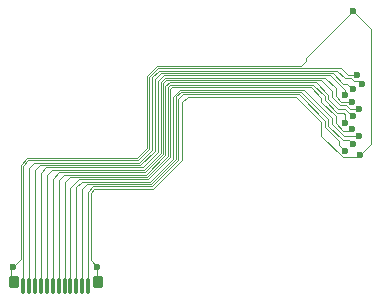
<source format=gbl>
G04 #@! TF.GenerationSoftware,KiCad,Pcbnew,9.0.1*
G04 #@! TF.CreationDate,2025-05-15T23:31:47+02:00*
G04 #@! TF.ProjectId,short flex with bend,73686f72-7420-4666-9c65-782077697468,rev?*
G04 #@! TF.SameCoordinates,Original*
G04 #@! TF.FileFunction,Copper,L2,Bot*
G04 #@! TF.FilePolarity,Positive*
%FSLAX46Y46*%
G04 Gerber Fmt 4.6, Leading zero omitted, Abs format (unit mm)*
G04 Created by KiCad (PCBNEW 9.0.1) date 2025-05-15 23:31:47*
%MOMM*%
%LPD*%
G01*
G04 APERTURE LIST*
G04 Aperture macros list*
%AMRoundRect*
0 Rectangle with rounded corners*
0 $1 Rounding radius*
0 $2 $3 $4 $5 $6 $7 $8 $9 X,Y pos of 4 corners*
0 Add a 4 corners polygon primitive as box body*
4,1,4,$2,$3,$4,$5,$6,$7,$8,$9,$2,$3,0*
0 Add four circle primitives for the rounded corners*
1,1,$1+$1,$2,$3*
1,1,$1+$1,$4,$5*
1,1,$1+$1,$6,$7*
1,1,$1+$1,$8,$9*
0 Add four rect primitives between the rounded corners*
20,1,$1+$1,$2,$3,$4,$5,0*
20,1,$1+$1,$4,$5,$6,$7,0*
20,1,$1+$1,$6,$7,$8,$9,0*
20,1,$1+$1,$8,$9,$2,$3,0*%
G04 Aperture macros list end*
G04 #@! TA.AperFunction,Conductor*
%ADD10C,0.100000*%
G04 #@! TD*
G04 #@! TA.AperFunction,SMDPad,CuDef*
%ADD11RoundRect,0.050000X-0.115000X-0.625000X0.115000X-0.625000X0.115000X0.625000X-0.115000X0.625000X0*%
G04 #@! TD*
G04 #@! TA.AperFunction,SMDPad,CuDef*
%ADD12RoundRect,0.120000X0.280000X0.415000X-0.280000X0.415000X-0.280000X-0.415000X0.280000X-0.415000X0*%
G04 #@! TD*
G04 #@! TA.AperFunction,SMDPad,CuDef*
%ADD13RoundRect,0.120000X-0.280000X-0.415000X0.280000X-0.415000X0.280000X0.415000X-0.280000X0.415000X0*%
G04 #@! TD*
G04 #@! TA.AperFunction,ViaPad*
%ADD14C,0.600000*%
G04 #@! TD*
G04 APERTURE END LIST*
D10*
X131500000Y-94800000D02*
X131500000Y-93600000D01*
D11*
X132560400Y-95227800D03*
X133060400Y-95227800D03*
X133560400Y-95227800D03*
X134060400Y-95227800D03*
X134560400Y-95227800D03*
X135060400Y-95227800D03*
X135560400Y-95227800D03*
X136060400Y-95227800D03*
X136560400Y-95227800D03*
X137060400Y-95227800D03*
X137560400Y-95227800D03*
X138060400Y-95227800D03*
D12*
X131760400Y-94917800D03*
D13*
X138860400Y-94917800D03*
D14*
X160400000Y-79650000D03*
X160393913Y-81976786D03*
X161222809Y-78153983D03*
X159811091Y-81438909D03*
X159792395Y-79035423D03*
X160787000Y-77350000D03*
X159842933Y-83803550D03*
X161000000Y-82550000D03*
X160442955Y-80852210D03*
X160948603Y-80232271D03*
X161038068Y-84187018D03*
X160500000Y-71950000D03*
X160471591Y-78578409D03*
X160468035Y-83200000D03*
X138825000Y-93600000D03*
X131675000Y-93600000D03*
D10*
X160055468Y-77350000D02*
X160787000Y-77350000D01*
X144000000Y-76800000D02*
X159505468Y-76800000D01*
X143250000Y-77550000D02*
X144000000Y-76800000D01*
X143250000Y-83650000D02*
X143250000Y-77550000D01*
X133000000Y-84600000D02*
X142300000Y-84600000D01*
X159505468Y-76800000D02*
X160055468Y-77350000D01*
X132560400Y-85039600D02*
X133000000Y-84600000D01*
X132560400Y-95227800D02*
X132560400Y-85039600D01*
X142300000Y-84600000D02*
X143250000Y-83650000D01*
X160870536Y-84354550D02*
X161038068Y-84187018D01*
X159614701Y-84354550D02*
X160870536Y-84354550D01*
X157797288Y-82537137D02*
X159614701Y-84354550D01*
X157797288Y-81352712D02*
X157797288Y-82537137D01*
X155656576Y-79212000D02*
X157797288Y-81352712D01*
X146488000Y-79212000D02*
X155656576Y-79212000D01*
X146000000Y-79700000D02*
X146488000Y-79212000D01*
X146000000Y-84584256D02*
X146000000Y-79700000D01*
X143536629Y-87047628D02*
X146000000Y-84584256D01*
X138547628Y-87047628D02*
X143536629Y-87047628D01*
X138261400Y-87333856D02*
X138547628Y-87047628D01*
X138261400Y-93036400D02*
X138261400Y-87333856D01*
X138825000Y-93600000D02*
X138261400Y-93036400D01*
X146089000Y-79011000D02*
X155881254Y-79011000D01*
X155881254Y-79011000D02*
X156035127Y-79164873D01*
X145701000Y-84599000D02*
X145701000Y-79399000D01*
X143489000Y-86811000D02*
X145701000Y-84599000D01*
X145701000Y-79399000D02*
X146089000Y-79011000D01*
X138060400Y-87250600D02*
X138500000Y-86811000D01*
X138500000Y-86811000D02*
X143489000Y-86811000D01*
X138060400Y-95227800D02*
X138060400Y-87250600D01*
X159301000Y-83261617D02*
X159842933Y-83803550D01*
X159301000Y-82985084D02*
X159301000Y-83261617D01*
X158098288Y-81782372D02*
X159301000Y-82985084D01*
X158098288Y-81228034D02*
X158098288Y-81782372D01*
X156035127Y-79164873D02*
X158098288Y-81228034D01*
X160119035Y-82851000D02*
X160468035Y-83200000D01*
X159592594Y-82851000D02*
X160119035Y-82851000D01*
X158399288Y-81657694D02*
X159592594Y-82851000D01*
X158399288Y-81103356D02*
X158399288Y-81657694D01*
X156105932Y-78810000D02*
X158399288Y-81103356D01*
X145880257Y-78810000D02*
X156105932Y-78810000D01*
X145500000Y-79190257D02*
X145880257Y-78810000D01*
X145500000Y-84484256D02*
X145500000Y-79190257D01*
X143374257Y-86610000D02*
X145500000Y-84484256D01*
X138000000Y-86610000D02*
X143374257Y-86610000D01*
X137560400Y-87049600D02*
X138000000Y-86610000D01*
X137560400Y-95227800D02*
X137560400Y-87049600D01*
X159717272Y-82550000D02*
X161000000Y-82550000D01*
X158700288Y-81533016D02*
X159717272Y-82550000D01*
X158700288Y-80978678D02*
X158700288Y-81533016D01*
X156330610Y-78609000D02*
X158700288Y-80978678D01*
X145797001Y-78609000D02*
X156330610Y-78609000D01*
X145206001Y-79200000D02*
X145797001Y-78609000D01*
X145206003Y-84493997D02*
X145206001Y-79200000D01*
X143291000Y-86409000D02*
X145206003Y-84493997D01*
X137500000Y-86409000D02*
X143291000Y-86409000D01*
X137060400Y-86848600D02*
X137500000Y-86409000D01*
X137060400Y-95227800D02*
X137060400Y-86848600D01*
X160293913Y-82076786D02*
X160393913Y-81976786D01*
X159669736Y-82076786D02*
X160293913Y-82076786D01*
X159021475Y-81428525D02*
X159669736Y-82076786D01*
X159021475Y-80854000D02*
X159021475Y-81428525D01*
X159001288Y-80854000D02*
X159021475Y-80854000D01*
X157796000Y-79648712D02*
X159001288Y-80854000D01*
X157796000Y-79297356D02*
X157796000Y-79648712D01*
X145197001Y-78408000D02*
X156906644Y-78408000D01*
X145005001Y-78600000D02*
X145197001Y-78408000D01*
X145005002Y-84316282D02*
X145005001Y-78600000D01*
X143113285Y-86208000D02*
X145005002Y-84316282D01*
X156906644Y-78408000D02*
X157796000Y-79297356D01*
X136560400Y-86939600D02*
X137292000Y-86208000D01*
X136560400Y-95227800D02*
X136560400Y-86939600D01*
X137292000Y-86208000D02*
X143113285Y-86208000D01*
X159672412Y-80553000D02*
X159811091Y-80691679D01*
X159125966Y-80553000D02*
X159672412Y-80553000D01*
X158097000Y-79524034D02*
X159125966Y-80553000D01*
X158097000Y-79172678D02*
X158097000Y-79524034D01*
X157131322Y-78207000D02*
X158097000Y-79172678D01*
X145027256Y-78207000D02*
X157131322Y-78207000D01*
X144804001Y-78430255D02*
X145027256Y-78207000D01*
X144804001Y-84233026D02*
X144804001Y-78430255D01*
X143030028Y-86007000D02*
X144804001Y-84233026D01*
X136500000Y-86007000D02*
X143030028Y-86007000D01*
X136060400Y-86446600D02*
X136500000Y-86007000D01*
X136060400Y-95227800D02*
X136060400Y-86446600D01*
X159811091Y-80691679D02*
X159811091Y-81438909D01*
X160397300Y-80852210D02*
X160442955Y-80852210D01*
X159797090Y-80252000D02*
X160397300Y-80852210D01*
X159250644Y-80252000D02*
X159797090Y-80252000D01*
X158398000Y-79399356D02*
X159250644Y-80252000D01*
X158398000Y-79048000D02*
X158398000Y-79399356D01*
X144944000Y-78006000D02*
X157356000Y-78006000D01*
X144603001Y-78346999D02*
X144944000Y-78006000D01*
X144603001Y-84149769D02*
X144603001Y-78346999D01*
X142946771Y-85806000D02*
X144603001Y-84149769D01*
X157356000Y-78006000D02*
X158398000Y-79048000D01*
X135994000Y-85806000D02*
X142946771Y-85806000D01*
X135560400Y-86239600D02*
X135994000Y-85806000D01*
X135560400Y-95227800D02*
X135560400Y-86239600D01*
X160203039Y-80232271D02*
X160948603Y-80232271D01*
X159921768Y-79951000D02*
X160203039Y-80232271D01*
X159375322Y-79951000D02*
X159921768Y-79951000D01*
X158699000Y-79274678D02*
X159375322Y-79951000D01*
X158699000Y-78749000D02*
X158699000Y-79274678D01*
X144402001Y-78083255D02*
X144680256Y-77805000D01*
X135595000Y-85605000D02*
X142863514Y-85605000D01*
X144680256Y-77805000D02*
X157755000Y-77805000D01*
X157755000Y-77805000D02*
X158699000Y-78749000D01*
X142863514Y-85605000D02*
X144402001Y-84066512D01*
X135060400Y-86139600D02*
X135595000Y-85605000D01*
X135060400Y-95227800D02*
X135060400Y-86139600D01*
X144402001Y-84066512D02*
X144402001Y-78083255D01*
X159500000Y-79650000D02*
X160400000Y-79650000D01*
X159000000Y-79150000D02*
X159500000Y-79650000D01*
X159000000Y-78454000D02*
X159000000Y-79150000D01*
X158150000Y-77604000D02*
X159000000Y-78454000D01*
X144597000Y-77604000D02*
X158150000Y-77604000D01*
X144201000Y-78000000D02*
X144597000Y-77604000D01*
X144201000Y-83983256D02*
X144201000Y-78000000D01*
X142780257Y-85404000D02*
X144201000Y-83983256D01*
X135000000Y-85404000D02*
X142780257Y-85404000D01*
X134560400Y-85843600D02*
X135000000Y-85404000D01*
X134560400Y-95227800D02*
X134560400Y-85843600D01*
X159792395Y-78668073D02*
X159792395Y-79035423D01*
X158527322Y-77403000D02*
X159792395Y-78668073D01*
X144497000Y-77403000D02*
X158527322Y-77403000D01*
X144000000Y-77900000D02*
X144497000Y-77403000D01*
X144000000Y-83900000D02*
X144000000Y-77900000D01*
X142697000Y-85203000D02*
X144000000Y-83900000D01*
X134500000Y-85203000D02*
X142697000Y-85203000D01*
X134060400Y-85642600D02*
X134500000Y-85203000D01*
X134060400Y-95227800D02*
X134060400Y-85642600D01*
X159995707Y-78111110D02*
X160000000Y-78106817D01*
X159661110Y-78111110D02*
X159995707Y-78111110D01*
X144198000Y-77202000D02*
X158752000Y-77202000D01*
X143701000Y-77699000D02*
X144198000Y-77202000D01*
X142466512Y-85002000D02*
X143701000Y-83767512D01*
X158752000Y-77202000D02*
X159661110Y-78111110D01*
X134000000Y-85002000D02*
X142466512Y-85002000D01*
X133560400Y-95227800D02*
X133560400Y-85441600D01*
X133560400Y-85441600D02*
X134000000Y-85002000D01*
X160000000Y-78106817D02*
X160471591Y-78578409D01*
X143701000Y-83767512D02*
X143701000Y-77699000D01*
X160969826Y-77901000D02*
X161222809Y-78153983D01*
X160558768Y-77901000D02*
X160969826Y-77901000D01*
X160308768Y-77651000D02*
X160558768Y-77901000D01*
X159775322Y-77651000D02*
X160308768Y-77651000D01*
X159125322Y-77001000D02*
X159775322Y-77651000D01*
X144083256Y-77001000D02*
X159125322Y-77001000D01*
X143500000Y-83684256D02*
X143500000Y-77584256D01*
X142383256Y-84801000D02*
X143500000Y-83684256D01*
X133500000Y-84801000D02*
X142383256Y-84801000D01*
X133060400Y-85240600D02*
X133500000Y-84801000D01*
X133060400Y-95227800D02*
X133060400Y-85240600D01*
X143500000Y-77584256D02*
X144083256Y-77001000D01*
X158050000Y-74400000D02*
X160500000Y-71950000D01*
X158000000Y-74400000D02*
X158050000Y-74400000D01*
X156500000Y-75900000D02*
X158000000Y-74400000D01*
X156500000Y-76200000D02*
X156500000Y-75900000D01*
X156103734Y-76596266D02*
X156500000Y-76200000D01*
X143919477Y-76596266D02*
X156103734Y-76596266D01*
X143049000Y-77466744D02*
X143919477Y-76596266D01*
X132916744Y-84399000D02*
X142216744Y-84399000D01*
X142216744Y-84399000D02*
X143049000Y-83566744D01*
X132359400Y-84956343D02*
X132916744Y-84399000D01*
X132359400Y-92915600D02*
X132359400Y-84956343D01*
X143049000Y-83566744D02*
X143049000Y-77466744D01*
X131675000Y-93600000D02*
X132359400Y-92915600D01*
X160948603Y-80232271D02*
X160816295Y-80364579D01*
X162000000Y-73450000D02*
X160500000Y-71950000D01*
X161038068Y-84187018D02*
X162000000Y-83225086D01*
X160787000Y-77350000D02*
X160738634Y-77398366D01*
X162000000Y-83225086D02*
X162000000Y-73450000D01*
X138825000Y-93600000D02*
X138825000Y-94663200D01*
X138825000Y-94663200D02*
X138560400Y-94927800D01*
M02*

</source>
